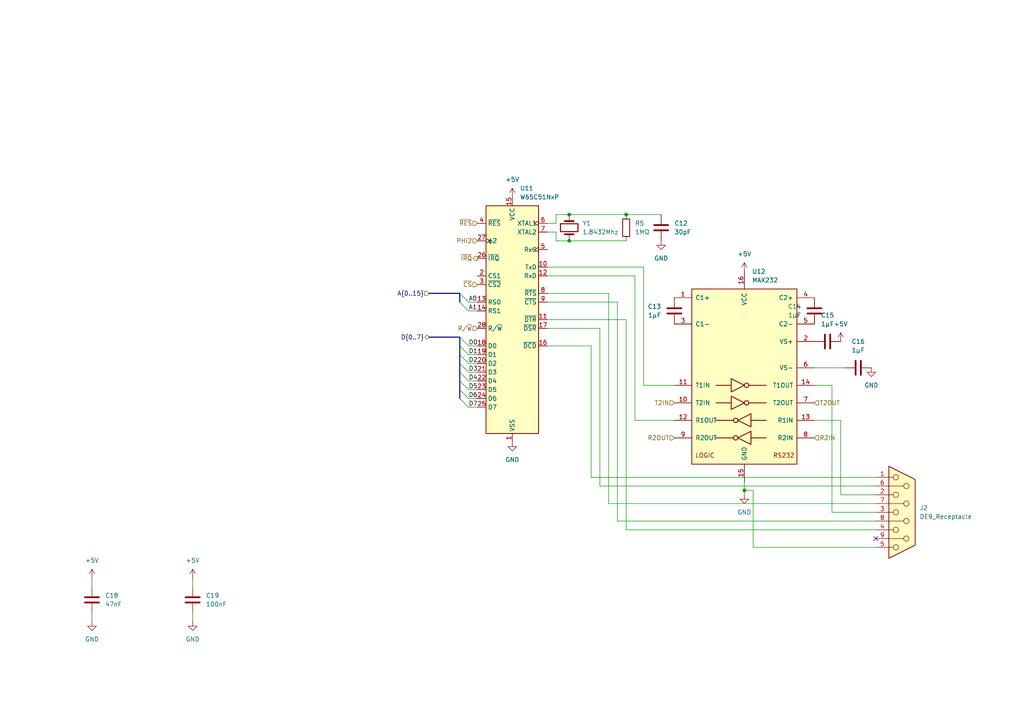
<source format=kicad_sch>
(kicad_sch (version 20230121) (generator eeschema)

  (uuid 987d8f70-145b-4247-aa60-70c295b5ef39)

  (paper "A4")

  (lib_symbols
    (symbol "Connector:DE9_Receptacle" (pin_names (offset 1.016) hide) (in_bom yes) (on_board yes)
      (property "Reference" "J" (at 0 13.97 0)
        (effects (font (size 1.27 1.27)))
      )
      (property "Value" "DE9_Receptacle" (at 0 -14.605 0)
        (effects (font (size 1.27 1.27)))
      )
      (property "Footprint" "" (at 0 0 0)
        (effects (font (size 1.27 1.27)) hide)
      )
      (property "Datasheet" " ~" (at 0 0 0)
        (effects (font (size 1.27 1.27)) hide)
      )
      (property "ki_keywords" "connector receptacle female D-SUB DB9" (at 0 0 0)
        (effects (font (size 1.27 1.27)) hide)
      )
      (property "ki_description" "9-pin female receptacle socket D-SUB connector" (at 0 0 0)
        (effects (font (size 1.27 1.27)) hide)
      )
      (property "ki_fp_filters" "DSUB*Female*" (at 0 0 0)
        (effects (font (size 1.27 1.27)) hide)
      )
      (symbol "DE9_Receptacle_0_1"
        (circle (center -1.778 -10.16) (radius 0.762)
          (stroke (width 0) (type default))
          (fill (type none))
        )
        (circle (center -1.778 -5.08) (radius 0.762)
          (stroke (width 0) (type default))
          (fill (type none))
        )
        (circle (center -1.778 0) (radius 0.762)
          (stroke (width 0) (type default))
          (fill (type none))
        )
        (circle (center -1.778 5.08) (radius 0.762)
          (stroke (width 0) (type default))
          (fill (type none))
        )
        (circle (center -1.778 10.16) (radius 0.762)
          (stroke (width 0) (type default))
          (fill (type none))
        )
        (polyline
          (pts
            (xy -3.81 -10.16)
            (xy -2.54 -10.16)
          )
          (stroke (width 0) (type default))
          (fill (type none))
        )
        (polyline
          (pts
            (xy -3.81 -7.62)
            (xy 0.508 -7.62)
          )
          (stroke (width 0) (type default))
          (fill (type none))
        )
        (polyline
          (pts
            (xy -3.81 -5.08)
            (xy -2.54 -5.08)
          )
          (stroke (width 0) (type default))
          (fill (type none))
        )
        (polyline
          (pts
            (xy -3.81 -2.54)
            (xy 0.508 -2.54)
          )
          (stroke (width 0) (type default))
          (fill (type none))
        )
        (polyline
          (pts
            (xy -3.81 0)
            (xy -2.54 0)
          )
          (stroke (width 0) (type default))
          (fill (type none))
        )
        (polyline
          (pts
            (xy -3.81 2.54)
            (xy 0.508 2.54)
          )
          (stroke (width 0) (type default))
          (fill (type none))
        )
        (polyline
          (pts
            (xy -3.81 5.08)
            (xy -2.54 5.08)
          )
          (stroke (width 0) (type default))
          (fill (type none))
        )
        (polyline
          (pts
            (xy -3.81 7.62)
            (xy 0.508 7.62)
          )
          (stroke (width 0) (type default))
          (fill (type none))
        )
        (polyline
          (pts
            (xy -3.81 10.16)
            (xy -2.54 10.16)
          )
          (stroke (width 0) (type default))
          (fill (type none))
        )
        (polyline
          (pts
            (xy -3.81 13.335)
            (xy -3.81 -13.335)
            (xy 3.81 -9.525)
            (xy 3.81 9.525)
            (xy -3.81 13.335)
          )
          (stroke (width 0.254) (type default))
          (fill (type background))
        )
        (circle (center 1.27 -7.62) (radius 0.762)
          (stroke (width 0) (type default))
          (fill (type none))
        )
        (circle (center 1.27 -2.54) (radius 0.762)
          (stroke (width 0) (type default))
          (fill (type none))
        )
        (circle (center 1.27 2.54) (radius 0.762)
          (stroke (width 0) (type default))
          (fill (type none))
        )
        (circle (center 1.27 7.62) (radius 0.762)
          (stroke (width 0) (type default))
          (fill (type none))
        )
      )
      (symbol "DE9_Receptacle_1_1"
        (pin passive line (at -7.62 10.16 0) (length 3.81)
          (name "1" (effects (font (size 1.27 1.27))))
          (number "1" (effects (font (size 1.27 1.27))))
        )
        (pin passive line (at -7.62 5.08 0) (length 3.81)
          (name "2" (effects (font (size 1.27 1.27))))
          (number "2" (effects (font (size 1.27 1.27))))
        )
        (pin passive line (at -7.62 0 0) (length 3.81)
          (name "3" (effects (font (size 1.27 1.27))))
          (number "3" (effects (font (size 1.27 1.27))))
        )
        (pin passive line (at -7.62 -5.08 0) (length 3.81)
          (name "4" (effects (font (size 1.27 1.27))))
          (number "4" (effects (font (size 1.27 1.27))))
        )
        (pin passive line (at -7.62 -10.16 0) (length 3.81)
          (name "5" (effects (font (size 1.27 1.27))))
          (number "5" (effects (font (size 1.27 1.27))))
        )
        (pin passive line (at -7.62 7.62 0) (length 3.81)
          (name "6" (effects (font (size 1.27 1.27))))
          (number "6" (effects (font (size 1.27 1.27))))
        )
        (pin passive line (at -7.62 2.54 0) (length 3.81)
          (name "7" (effects (font (size 1.27 1.27))))
          (number "7" (effects (font (size 1.27 1.27))))
        )
        (pin passive line (at -7.62 -2.54 0) (length 3.81)
          (name "8" (effects (font (size 1.27 1.27))))
          (number "8" (effects (font (size 1.27 1.27))))
        )
        (pin passive line (at -7.62 -7.62 0) (length 3.81)
          (name "9" (effects (font (size 1.27 1.27))))
          (number "9" (effects (font (size 1.27 1.27))))
        )
      )
    )
    (symbol "Device:C" (pin_numbers hide) (pin_names (offset 0.254)) (in_bom yes) (on_board yes)
      (property "Reference" "C" (at 0.635 2.54 0)
        (effects (font (size 1.27 1.27)) (justify left))
      )
      (property "Value" "C" (at 0.635 -2.54 0)
        (effects (font (size 1.27 1.27)) (justify left))
      )
      (property "Footprint" "" (at 0.9652 -3.81 0)
        (effects (font (size 1.27 1.27)) hide)
      )
      (property "Datasheet" "~" (at 0 0 0)
        (effects (font (size 1.27 1.27)) hide)
      )
      (property "ki_keywords" "cap capacitor" (at 0 0 0)
        (effects (font (size 1.27 1.27)) hide)
      )
      (property "ki_description" "Unpolarized capacitor" (at 0 0 0)
        (effects (font (size 1.27 1.27)) hide)
      )
      (property "ki_fp_filters" "C_*" (at 0 0 0)
        (effects (font (size 1.27 1.27)) hide)
      )
      (symbol "C_0_1"
        (polyline
          (pts
            (xy -2.032 -0.762)
            (xy 2.032 -0.762)
          )
          (stroke (width 0.508) (type default))
          (fill (type none))
        )
        (polyline
          (pts
            (xy -2.032 0.762)
            (xy 2.032 0.762)
          )
          (stroke (width 0.508) (type default))
          (fill (type none))
        )
      )
      (symbol "C_1_1"
        (pin passive line (at 0 3.81 270) (length 2.794)
          (name "~" (effects (font (size 1.27 1.27))))
          (number "1" (effects (font (size 1.27 1.27))))
        )
        (pin passive line (at 0 -3.81 90) (length 2.794)
          (name "~" (effects (font (size 1.27 1.27))))
          (number "2" (effects (font (size 1.27 1.27))))
        )
      )
    )
    (symbol "Device:Crystal" (pin_numbers hide) (pin_names (offset 1.016) hide) (in_bom yes) (on_board yes)
      (property "Reference" "Y" (at 0 3.81 0)
        (effects (font (size 1.27 1.27)))
      )
      (property "Value" "Crystal" (at 0 -3.81 0)
        (effects (font (size 1.27 1.27)))
      )
      (property "Footprint" "" (at 0 0 0)
        (effects (font (size 1.27 1.27)) hide)
      )
      (property "Datasheet" "~" (at 0 0 0)
        (effects (font (size 1.27 1.27)) hide)
      )
      (property "ki_keywords" "quartz ceramic resonator oscillator" (at 0 0 0)
        (effects (font (size 1.27 1.27)) hide)
      )
      (property "ki_description" "Two pin crystal" (at 0 0 0)
        (effects (font (size 1.27 1.27)) hide)
      )
      (property "ki_fp_filters" "Crystal*" (at 0 0 0)
        (effects (font (size 1.27 1.27)) hide)
      )
      (symbol "Crystal_0_1"
        (rectangle (start -1.143 2.54) (end 1.143 -2.54)
          (stroke (width 0.3048) (type default))
          (fill (type none))
        )
        (polyline
          (pts
            (xy -2.54 0)
            (xy -1.905 0)
          )
          (stroke (width 0) (type default))
          (fill (type none))
        )
        (polyline
          (pts
            (xy -1.905 -1.27)
            (xy -1.905 1.27)
          )
          (stroke (width 0.508) (type default))
          (fill (type none))
        )
        (polyline
          (pts
            (xy 1.905 -1.27)
            (xy 1.905 1.27)
          )
          (stroke (width 0.508) (type default))
          (fill (type none))
        )
        (polyline
          (pts
            (xy 2.54 0)
            (xy 1.905 0)
          )
          (stroke (width 0) (type default))
          (fill (type none))
        )
      )
      (symbol "Crystal_1_1"
        (pin passive line (at -3.81 0 0) (length 1.27)
          (name "1" (effects (font (size 1.27 1.27))))
          (number "1" (effects (font (size 1.27 1.27))))
        )
        (pin passive line (at 3.81 0 180) (length 1.27)
          (name "2" (effects (font (size 1.27 1.27))))
          (number "2" (effects (font (size 1.27 1.27))))
        )
      )
    )
    (symbol "Device:R" (pin_numbers hide) (pin_names (offset 0)) (in_bom yes) (on_board yes)
      (property "Reference" "R" (at 2.032 0 90)
        (effects (font (size 1.27 1.27)))
      )
      (property "Value" "R" (at 0 0 90)
        (effects (font (size 1.27 1.27)))
      )
      (property "Footprint" "" (at -1.778 0 90)
        (effects (font (size 1.27 1.27)) hide)
      )
      (property "Datasheet" "~" (at 0 0 0)
        (effects (font (size 1.27 1.27)) hide)
      )
      (property "ki_keywords" "R res resistor" (at 0 0 0)
        (effects (font (size 1.27 1.27)) hide)
      )
      (property "ki_description" "Resistor" (at 0 0 0)
        (effects (font (size 1.27 1.27)) hide)
      )
      (property "ki_fp_filters" "R_*" (at 0 0 0)
        (effects (font (size 1.27 1.27)) hide)
      )
      (symbol "R_0_1"
        (rectangle (start -1.016 -2.54) (end 1.016 2.54)
          (stroke (width 0.254) (type default))
          (fill (type none))
        )
      )
      (symbol "R_1_1"
        (pin passive line (at 0 3.81 270) (length 1.27)
          (name "~" (effects (font (size 1.27 1.27))))
          (number "1" (effects (font (size 1.27 1.27))))
        )
        (pin passive line (at 0 -3.81 90) (length 1.27)
          (name "~" (effects (font (size 1.27 1.27))))
          (number "2" (effects (font (size 1.27 1.27))))
        )
      )
    )
    (symbol "Interface_UART:MAX232" (pin_names (offset 1.016)) (in_bom yes) (on_board yes)
      (property "Reference" "U" (at -2.54 28.575 0)
        (effects (font (size 1.27 1.27)) (justify right))
      )
      (property "Value" "MAX232" (at -2.54 26.67 0)
        (effects (font (size 1.27 1.27)) (justify right))
      )
      (property "Footprint" "" (at 1.27 -26.67 0)
        (effects (font (size 1.27 1.27)) (justify left) hide)
      )
      (property "Datasheet" "http://www.ti.com/lit/ds/symlink/max232.pdf" (at 0 2.54 0)
        (effects (font (size 1.27 1.27)) hide)
      )
      (property "ki_keywords" "rs232 uart transceiver line-driver" (at 0 0 0)
        (effects (font (size 1.27 1.27)) hide)
      )
      (property "ki_description" "Dual RS232 driver/receiver, 5V supply, 120kb/s, 0C-70C" (at 0 0 0)
        (effects (font (size 1.27 1.27)) hide)
      )
      (property "ki_fp_filters" "SOIC*P1.27mm* DIP*W7.62mm* TSSOP*4.4x5mm*P0.65mm*" (at 0 0 0)
        (effects (font (size 1.27 1.27)) hide)
      )
      (symbol "MAX232_0_0"
        (text "LOGIC" (at -11.43 -22.86 0)
          (effects (font (size 1.27 1.27)))
        )
        (text "RS232" (at 11.43 -22.86 0)
          (effects (font (size 1.27 1.27)))
        )
      )
      (symbol "MAX232_0_1"
        (rectangle (start -15.24 -25.4) (end 15.24 25.4)
          (stroke (width 0.254) (type default))
          (fill (type background))
        )
        (circle (center -2.54 -17.78) (radius 0.635)
          (stroke (width 0.254) (type default))
          (fill (type none))
        )
        (circle (center -2.54 -12.7) (radius 0.635)
          (stroke (width 0.254) (type default))
          (fill (type none))
        )
        (polyline
          (pts
            (xy -3.81 -7.62)
            (xy -8.255 -7.62)
          )
          (stroke (width 0.254) (type default))
          (fill (type none))
        )
        (polyline
          (pts
            (xy -3.81 -2.54)
            (xy -8.255 -2.54)
          )
          (stroke (width 0.254) (type default))
          (fill (type none))
        )
        (polyline
          (pts
            (xy -3.175 -17.78)
            (xy -8.255 -17.78)
          )
          (stroke (width 0.254) (type default))
          (fill (type none))
        )
        (polyline
          (pts
            (xy -3.175 -12.7)
            (xy -8.255 -12.7)
          )
          (stroke (width 0.254) (type default))
          (fill (type none))
        )
        (polyline
          (pts
            (xy 1.27 -7.62)
            (xy 6.35 -7.62)
          )
          (stroke (width 0.254) (type default))
          (fill (type none))
        )
        (polyline
          (pts
            (xy 1.27 -2.54)
            (xy 6.35 -2.54)
          )
          (stroke (width 0.254) (type default))
          (fill (type none))
        )
        (polyline
          (pts
            (xy 1.905 -17.78)
            (xy 6.35 -17.78)
          )
          (stroke (width 0.254) (type default))
          (fill (type none))
        )
        (polyline
          (pts
            (xy 1.905 -12.7)
            (xy 6.35 -12.7)
          )
          (stroke (width 0.254) (type default))
          (fill (type none))
        )
        (polyline
          (pts
            (xy -3.81 -5.715)
            (xy -3.81 -9.525)
            (xy 0 -7.62)
            (xy -3.81 -5.715)
          )
          (stroke (width 0.254) (type default))
          (fill (type none))
        )
        (polyline
          (pts
            (xy -3.81 -0.635)
            (xy -3.81 -4.445)
            (xy 0 -2.54)
            (xy -3.81 -0.635)
          )
          (stroke (width 0.254) (type default))
          (fill (type none))
        )
        (polyline
          (pts
            (xy 1.905 -15.875)
            (xy 1.905 -19.685)
            (xy -1.905 -17.78)
            (xy 1.905 -15.875)
          )
          (stroke (width 0.254) (type default))
          (fill (type none))
        )
        (polyline
          (pts
            (xy 1.905 -10.795)
            (xy 1.905 -14.605)
            (xy -1.905 -12.7)
            (xy 1.905 -10.795)
          )
          (stroke (width 0.254) (type default))
          (fill (type none))
        )
        (circle (center 0.635 -7.62) (radius 0.635)
          (stroke (width 0.254) (type default))
          (fill (type none))
        )
        (circle (center 0.635 -2.54) (radius 0.635)
          (stroke (width 0.254) (type default))
          (fill (type none))
        )
      )
      (symbol "MAX232_1_1"
        (pin passive line (at -20.32 22.86 0) (length 5.08)
          (name "C1+" (effects (font (size 1.27 1.27))))
          (number "1" (effects (font (size 1.27 1.27))))
        )
        (pin input line (at -20.32 -7.62 0) (length 5.08)
          (name "T2IN" (effects (font (size 1.27 1.27))))
          (number "10" (effects (font (size 1.27 1.27))))
        )
        (pin input line (at -20.32 -2.54 0) (length 5.08)
          (name "T1IN" (effects (font (size 1.27 1.27))))
          (number "11" (effects (font (size 1.27 1.27))))
        )
        (pin output line (at -20.32 -12.7 0) (length 5.08)
          (name "R1OUT" (effects (font (size 1.27 1.27))))
          (number "12" (effects (font (size 1.27 1.27))))
        )
        (pin input line (at 20.32 -12.7 180) (length 5.08)
          (name "R1IN" (effects (font (size 1.27 1.27))))
          (number "13" (effects (font (size 1.27 1.27))))
        )
        (pin output line (at 20.32 -2.54 180) (length 5.08)
          (name "T1OUT" (effects (font (size 1.27 1.27))))
          (number "14" (effects (font (size 1.27 1.27))))
        )
        (pin power_in line (at 0 -30.48 90) (length 5.08)
          (name "GND" (effects (font (size 1.27 1.27))))
          (number "15" (effects (font (size 1.27 1.27))))
        )
        (pin power_in line (at 0 30.48 270) (length 5.08)
          (name "VCC" (effects (font (size 1.27 1.27))))
          (number "16" (effects (font (size 1.27 1.27))))
        )
        (pin power_out line (at 20.32 10.16 180) (length 5.08)
          (name "VS+" (effects (font (size 1.27 1.27))))
          (number "2" (effects (font (size 1.27 1.27))))
        )
        (pin passive line (at -20.32 15.24 0) (length 5.08)
          (name "C1-" (effects (font (size 1.27 1.27))))
          (number "3" (effects (font (size 1.27 1.27))))
        )
        (pin passive line (at 20.32 22.86 180) (length 5.08)
          (name "C2+" (effects (font (size 1.27 1.27))))
          (number "4" (effects (font (size 1.27 1.27))))
        )
        (pin passive line (at 20.32 15.24 180) (length 5.08)
          (name "C2-" (effects (font (size 1.27 1.27))))
          (number "5" (effects (font (size 1.27 1.27))))
        )
        (pin power_out line (at 20.32 2.54 180) (length 5.08)
          (name "VS-" (effects (font (size 1.27 1.27))))
          (number "6" (effects (font (size 1.27 1.27))))
        )
        (pin output line (at 20.32 -7.62 180) (length 5.08)
          (name "T2OUT" (effects (font (size 1.27 1.27))))
          (number "7" (effects (font (size 1.27 1.27))))
        )
        (pin input line (at 20.32 -17.78 180) (length 5.08)
          (name "R2IN" (effects (font (size 1.27 1.27))))
          (number "8" (effects (font (size 1.27 1.27))))
        )
        (pin output line (at -20.32 -17.78 0) (length 5.08)
          (name "R2OUT" (effects (font (size 1.27 1.27))))
          (number "9" (effects (font (size 1.27 1.27))))
        )
      )
    )
    (symbol "PCM_65xx-library:W65C51NxP" (in_bom yes) (on_board yes)
      (property "Reference" "U" (at 2.54 38.1 0)
        (effects (font (size 1.27 1.27)) (justify left))
      )
      (property "Value" "W65C51NxP" (at 2.54 35.56 0)
        (effects (font (size 1.27 1.27)) (justify left))
      )
      (property "Footprint" "Package_DIP:DIP-28_W15.24mm" (at 0 48.26 0)
        (effects (font (size 1.27 1.27)) hide)
      )
      (property "Datasheet" "http://www.westerndesigncenter.com/wdc/documentation/w65c51n.pdf" (at 0 45.72 0)
        (effects (font (size 1.27 1.27)) hide)
      )
      (property "ki_keywords" "6551 65C51 ACIA UART" (at 0 0 0)
        (effects (font (size 1.27 1.27)) hide)
      )
      (property "ki_description" "CMOS Asynchronous Communication Interface Adapter (ACIA), Serial UART, DIP-28" (at 0 0 0)
        (effects (font (size 1.27 1.27)) hide)
      )
      (property "ki_fp_filters" "DIP*W15.24mm*" (at 0 0 0)
        (effects (font (size 1.27 1.27)) hide)
      )
      (symbol "W65C51NxP_0_1"
        (rectangle (start -7.62 33.02) (end 7.62 -33.02)
          (stroke (width 0.254) (type default))
          (fill (type background))
        )
      )
      (symbol "W65C51NxP_1_1"
        (pin power_in line (at 0 -35.56 90) (length 2.54)
          (name "VSS" (effects (font (size 1.27 1.27))))
          (number "1" (effects (font (size 1.27 1.27))))
        )
        (pin output line (at 10.16 15.24 180) (length 2.54)
          (name "TxD" (effects (font (size 1.27 1.27))))
          (number "10" (effects (font (size 1.27 1.27))))
        )
        (pin output line (at 10.16 0 180) (length 2.54)
          (name "~{DTR}" (effects (font (size 1.27 1.27))))
          (number "11" (effects (font (size 1.27 1.27))))
        )
        (pin input line (at 10.16 12.7 180) (length 2.54)
          (name "RxD" (effects (font (size 1.27 1.27))))
          (number "12" (effects (font (size 1.27 1.27))))
        )
        (pin input line (at -10.16 5.08 0) (length 2.54)
          (name "RS0" (effects (font (size 1.27 1.27))))
          (number "13" (effects (font (size 1.27 1.27))))
        )
        (pin input line (at -10.16 2.54 0) (length 2.54)
          (name "RS1" (effects (font (size 1.27 1.27))))
          (number "14" (effects (font (size 1.27 1.27))))
        )
        (pin power_in line (at 0 35.56 270) (length 2.54)
          (name "VCC" (effects (font (size 1.27 1.27))))
          (number "15" (effects (font (size 1.27 1.27))))
        )
        (pin input line (at 10.16 -7.62 180) (length 2.54)
          (name "~{DCD}" (effects (font (size 1.27 1.27))))
          (number "16" (effects (font (size 1.27 1.27))))
        )
        (pin input line (at 10.16 -2.54 180) (length 2.54)
          (name "~{DSR}" (effects (font (size 1.27 1.27))))
          (number "17" (effects (font (size 1.27 1.27))))
        )
        (pin bidirectional line (at -10.16 -7.62 0) (length 2.54)
          (name "D0" (effects (font (size 1.27 1.27))))
          (number "18" (effects (font (size 1.27 1.27))))
        )
        (pin bidirectional line (at -10.16 -10.16 0) (length 2.54)
          (name "D1" (effects (font (size 1.27 1.27))))
          (number "19" (effects (font (size 1.27 1.27))))
        )
        (pin input line (at -10.16 12.7 0) (length 2.54)
          (name "CS1" (effects (font (size 1.27 1.27))))
          (number "2" (effects (font (size 1.27 1.27))))
        )
        (pin bidirectional line (at -10.16 -12.7 0) (length 2.54)
          (name "D2" (effects (font (size 1.27 1.27))))
          (number "20" (effects (font (size 1.27 1.27))))
        )
        (pin bidirectional line (at -10.16 -15.24 0) (length 2.54)
          (name "D3" (effects (font (size 1.27 1.27))))
          (number "21" (effects (font (size 1.27 1.27))))
        )
        (pin bidirectional line (at -10.16 -17.78 0) (length 2.54)
          (name "D4" (effects (font (size 1.27 1.27))))
          (number "22" (effects (font (size 1.27 1.27))))
        )
        (pin bidirectional line (at -10.16 -20.32 0) (length 2.54)
          (name "D5" (effects (font (size 1.27 1.27))))
          (number "23" (effects (font (size 1.27 1.27))))
        )
        (pin bidirectional line (at -10.16 -22.86 0) (length 2.54)
          (name "D6" (effects (font (size 1.27 1.27))))
          (number "24" (effects (font (size 1.27 1.27))))
        )
        (pin bidirectional line (at -10.16 -25.4 0) (length 2.54)
          (name "D7" (effects (font (size 1.27 1.27))))
          (number "25" (effects (font (size 1.27 1.27))))
        )
        (pin open_collector line (at -10.16 17.78 0) (length 2.54)
          (name "~{IRQ}" (effects (font (size 1.27 1.27))))
          (number "26" (effects (font (size 1.27 1.27))))
        )
        (pin input clock (at -10.16 22.86 0) (length 2.54)
          (name "ϕ2" (effects (font (size 1.27 1.27))))
          (number "27" (effects (font (size 1.27 1.27))))
        )
        (pin input line (at -10.16 -2.54 0) (length 2.54)
          (name "R/~{W}" (effects (font (size 1.27 1.27))))
          (number "28" (effects (font (size 1.27 1.27))))
        )
        (pin input line (at -10.16 10.16 0) (length 2.54)
          (name "~{CS2}" (effects (font (size 1.27 1.27))))
          (number "3" (effects (font (size 1.27 1.27))))
        )
        (pin input line (at -10.16 27.94 0) (length 2.54)
          (name "~{RES}" (effects (font (size 1.27 1.27))))
          (number "4" (effects (font (size 1.27 1.27))))
        )
        (pin bidirectional clock (at 10.16 20.32 180) (length 2.54)
          (name "RxC" (effects (font (size 1.27 1.27))))
          (number "5" (effects (font (size 1.27 1.27))))
        )
        (pin input clock (at 10.16 27.94 180) (length 2.54)
          (name "XTAL1" (effects (font (size 1.27 1.27))))
          (number "6" (effects (font (size 1.27 1.27))))
        )
        (pin output line (at 10.16 25.4 180) (length 2.54)
          (name "XTAL2" (effects (font (size 1.27 1.27))))
          (number "7" (effects (font (size 1.27 1.27))))
        )
        (pin output line (at 10.16 7.62 180) (length 2.54)
          (name "~{RTS}" (effects (font (size 1.27 1.27))))
          (number "8" (effects (font (size 1.27 1.27))))
        )
        (pin input line (at 10.16 5.08 180) (length 2.54)
          (name "~{CTS}" (effects (font (size 1.27 1.27))))
          (number "9" (effects (font (size 1.27 1.27))))
        )
      )
    )
    (symbol "power:+5V" (power) (pin_names (offset 0)) (in_bom yes) (on_board yes)
      (property "Reference" "#PWR" (at 0 -3.81 0)
        (effects (font (size 1.27 1.27)) hide)
      )
      (property "Value" "+5V" (at 0 3.556 0)
        (effects (font (size 1.27 1.27)))
      )
      (property "Footprint" "" (at 0 0 0)
        (effects (font (size 1.27 1.27)) hide)
      )
      (property "Datasheet" "" (at 0 0 0)
        (effects (font (size 1.27 1.27)) hide)
      )
      (property "ki_keywords" "global power" (at 0 0 0)
        (effects (font (size 1.27 1.27)) hide)
      )
      (property "ki_description" "Power symbol creates a global label with name \"+5V\"" (at 0 0 0)
        (effects (font (size 1.27 1.27)) hide)
      )
      (symbol "+5V_0_1"
        (polyline
          (pts
            (xy -0.762 1.27)
            (xy 0 2.54)
          )
          (stroke (width 0) (type default))
          (fill (type none))
        )
        (polyline
          (pts
            (xy 0 0)
            (xy 0 2.54)
          )
          (stroke (width 0) (type default))
          (fill (type none))
        )
        (polyline
          (pts
            (xy 0 2.54)
            (xy 0.762 1.27)
          )
          (stroke (width 0) (type default))
          (fill (type none))
        )
      )
      (symbol "+5V_1_1"
        (pin power_in line (at 0 0 90) (length 0) hide
          (name "+5V" (effects (font (size 1.27 1.27))))
          (number "1" (effects (font (size 1.27 1.27))))
        )
      )
    )
    (symbol "power:GND" (power) (pin_names (offset 0)) (in_bom yes) (on_board yes)
      (property "Reference" "#PWR" (at 0 -6.35 0)
        (effects (font (size 1.27 1.27)) hide)
      )
      (property "Value" "GND" (at 0 -3.81 0)
        (effects (font (size 1.27 1.27)))
      )
      (property "Footprint" "" (at 0 0 0)
        (effects (font (size 1.27 1.27)) hide)
      )
      (property "Datasheet" "" (at 0 0 0)
        (effects (font (size 1.27 1.27)) hide)
      )
      (property "ki_keywords" "global power" (at 0 0 0)
        (effects (font (size 1.27 1.27)) hide)
      )
      (property "ki_description" "Power symbol creates a global label with name \"GND\" , ground" (at 0 0 0)
        (effects (font (size 1.27 1.27)) hide)
      )
      (symbol "GND_0_1"
        (polyline
          (pts
            (xy 0 0)
            (xy 0 -1.27)
            (xy 1.27 -1.27)
            (xy 0 -2.54)
            (xy -1.27 -1.27)
            (xy 0 -1.27)
          )
          (stroke (width 0) (type default))
          (fill (type none))
        )
      )
      (symbol "GND_1_1"
        (pin power_in line (at 0 0 270) (length 0) hide
          (name "GND" (effects (font (size 1.27 1.27))))
          (number "1" (effects (font (size 1.27 1.27))))
        )
      )
    )
  )

  (junction (at 215.9 142.24) (diameter 0) (color 0 0 0 0)
    (uuid 25d35dce-9fec-4566-b7ab-34eb7da1d938)
  )
  (junction (at 181.61 62.23) (diameter 0) (color 0 0 0 0)
    (uuid 52a6721c-d37b-4c75-9997-89d2fc1fc827)
  )
  (junction (at 165.1 69.85) (diameter 0) (color 0 0 0 0)
    (uuid d21932a8-d56f-4738-b3a9-50fb3bcfef0b)
  )
  (junction (at 165.1 62.23) (diameter 0) (color 0 0 0 0)
    (uuid f1e98a66-6466-415a-a59e-1473c9676175)
  )

  (no_connect (at 254 156.21) (uuid 359c1985-bded-4bbb-b2c3-29973ec8441f))

  (bus_entry (at 133.35 87.63) (size 2.54 2.54)
    (stroke (width 0) (type default))
    (uuid 13ebdd4f-8682-4e96-afd3-f6c2423b6156)
  )
  (bus_entry (at 133.35 110.49) (size 2.54 2.54)
    (stroke (width 0) (type default))
    (uuid 18cca856-5c89-4917-8258-25c39ca9b372)
  )
  (bus_entry (at 133.35 85.09) (size 2.54 2.54)
    (stroke (width 0) (type default))
    (uuid 1d104529-43e2-4c19-84e0-ceda5a6928ae)
  )
  (bus_entry (at 133.35 105.41) (size 2.54 2.54)
    (stroke (width 0) (type default))
    (uuid 27c96af3-1f0a-4f37-ba58-7867a8966eea)
  )
  (bus_entry (at 133.35 115.57) (size 2.54 2.54)
    (stroke (width 0) (type default))
    (uuid 5f7278e7-0ae7-4095-b3e1-bf96b765d4f3)
  )
  (bus_entry (at 133.35 100.33) (size 2.54 2.54)
    (stroke (width 0) (type default))
    (uuid 8022a6d4-14ae-481b-98c9-f87b3582c0cd)
  )
  (bus_entry (at 133.35 113.03) (size 2.54 2.54)
    (stroke (width 0) (type default))
    (uuid 8f011a42-01d0-41cc-83a9-fb35ccc73d28)
  )
  (bus_entry (at 133.35 97.79) (size 2.54 2.54)
    (stroke (width 0) (type default))
    (uuid 9747cf0e-5b82-4e1c-9b3b-2b5ff3af0923)
  )
  (bus_entry (at 133.35 102.87) (size 2.54 2.54)
    (stroke (width 0) (type default))
    (uuid 9886f0fe-a140-4067-8dfa-fe402201f161)
  )
  (bus_entry (at 133.35 107.95) (size 2.54 2.54)
    (stroke (width 0) (type default))
    (uuid da0b6715-c4fe-4676-9440-3ee3aad62551)
  )

  (wire (pts (xy 135.89 113.03) (xy 138.43 113.03))
    (stroke (width 0) (type default))
    (uuid 015c2598-8c41-4b14-9d3c-07d94f3077ce)
  )
  (wire (pts (xy 26.67 167.64) (xy 26.67 170.18))
    (stroke (width 0) (type default))
    (uuid 06326da9-527d-4154-a31a-954622383e65)
  )
  (wire (pts (xy 165.1 62.23) (xy 161.29 62.23))
    (stroke (width 0) (type default))
    (uuid 0984f392-54a3-42a3-a2a4-0a83129cde83)
  )
  (wire (pts (xy 135.89 105.41) (xy 138.43 105.41))
    (stroke (width 0) (type default))
    (uuid 1658fb1c-c705-41ed-9ee5-1fc5c0f5b0aa)
  )
  (wire (pts (xy 181.61 153.67) (xy 181.61 92.71))
    (stroke (width 0) (type default))
    (uuid 1ad7987d-25a6-4f6f-a689-3382c8e5d657)
  )
  (wire (pts (xy 165.1 62.23) (xy 181.61 62.23))
    (stroke (width 0) (type default))
    (uuid 1c5f0c21-5d02-40e3-ba49-1936bdf02095)
  )
  (wire (pts (xy 184.15 80.01) (xy 158.75 80.01))
    (stroke (width 0) (type default))
    (uuid 24acec2e-8eb2-4bbc-a0ce-5506d344dad6)
  )
  (wire (pts (xy 135.89 87.63) (xy 138.43 87.63))
    (stroke (width 0) (type default))
    (uuid 2b308166-d5bf-4515-9c62-89f7f7a3a9f1)
  )
  (wire (pts (xy 161.29 62.23) (xy 161.29 64.77))
    (stroke (width 0) (type default))
    (uuid 2c1d5e92-5166-43af-8b02-4846acccee98)
  )
  (wire (pts (xy 55.88 167.64) (xy 55.88 170.18))
    (stroke (width 0) (type default))
    (uuid 2cd90a11-7db8-48e9-8d41-3314df4e8968)
  )
  (bus (pts (xy 133.35 113.03) (xy 133.35 115.57))
    (stroke (width 0) (type default))
    (uuid 2f74e696-aaef-4927-91c7-8a6cd91dcd2e)
  )

  (wire (pts (xy 161.29 69.85) (xy 165.1 69.85))
    (stroke (width 0) (type default))
    (uuid 31df0de6-8c6c-4190-95f4-5b855ab76b21)
  )
  (wire (pts (xy 215.9 143.51) (xy 215.9 142.24))
    (stroke (width 0) (type default))
    (uuid 36ca8c25-76e3-4549-8b92-d56a397979d0)
  )
  (wire (pts (xy 181.61 92.71) (xy 158.75 92.71))
    (stroke (width 0) (type default))
    (uuid 37cf5d07-2536-41ec-805b-af176db0ff89)
  )
  (bus (pts (xy 133.35 107.95) (xy 133.35 110.49))
    (stroke (width 0) (type default))
    (uuid 3e9663a2-05c5-4731-a0a4-944e34a3e495)
  )

  (wire (pts (xy 218.44 158.75) (xy 218.44 142.24))
    (stroke (width 0) (type default))
    (uuid 3ea22888-f412-4a36-b692-abf3a797018d)
  )
  (wire (pts (xy 161.29 64.77) (xy 158.75 64.77))
    (stroke (width 0) (type default))
    (uuid 4e284fa1-a213-4591-b0d0-34462b3188b8)
  )
  (wire (pts (xy 26.67 177.8) (xy 26.67 180.34))
    (stroke (width 0) (type default))
    (uuid 4ffc3059-8ea7-4c89-ba2a-cb0ca16d34fe)
  )
  (wire (pts (xy 171.45 138.43) (xy 171.45 100.33))
    (stroke (width 0) (type default))
    (uuid 58485e19-167c-4ee6-af0e-50705b9bbefc)
  )
  (wire (pts (xy 254 148.59) (xy 241.3 148.59))
    (stroke (width 0) (type default))
    (uuid 60bcecbd-78bb-4fc7-a590-093378f0b1df)
  )
  (wire (pts (xy 181.61 62.23) (xy 191.77 62.23))
    (stroke (width 0) (type default))
    (uuid 65d446fc-a918-455e-b28d-7bb1b42393a8)
  )
  (wire (pts (xy 186.69 111.76) (xy 195.58 111.76))
    (stroke (width 0) (type default))
    (uuid 66d88753-95e5-4a96-83e6-c8338c507b66)
  )
  (wire (pts (xy 241.3 111.76) (xy 236.22 111.76))
    (stroke (width 0) (type default))
    (uuid 71b76e0d-e223-4420-a07f-c57cedb4d507)
  )
  (bus (pts (xy 133.35 110.49) (xy 133.35 113.03))
    (stroke (width 0) (type default))
    (uuid 730663a7-227a-49e1-88ce-934f1591ab36)
  )
  (bus (pts (xy 124.46 97.79) (xy 133.35 97.79))
    (stroke (width 0) (type default))
    (uuid 734ea3eb-0696-46a0-8f41-98a4c283fe06)
  )

  (wire (pts (xy 135.89 90.17) (xy 138.43 90.17))
    (stroke (width 0) (type default))
    (uuid 82b71502-0002-42de-94b0-d3391019df6f)
  )
  (wire (pts (xy 176.53 146.05) (xy 176.53 85.09))
    (stroke (width 0) (type default))
    (uuid 90dbd03d-fe1e-4ade-b2f4-c25bffcd16f5)
  )
  (wire (pts (xy 254 143.51) (xy 243.84 143.51))
    (stroke (width 0) (type default))
    (uuid 9195510d-32e3-40cc-b13d-1ecab8cab5d5)
  )
  (wire (pts (xy 135.89 110.49) (xy 138.43 110.49))
    (stroke (width 0) (type default))
    (uuid 921e7965-e845-48a5-9f3a-de5be4faefc6)
  )
  (wire (pts (xy 179.07 87.63) (xy 158.75 87.63))
    (stroke (width 0) (type default))
    (uuid 93f6af50-1766-4a91-8eb7-85dd62d5a5b3)
  )
  (wire (pts (xy 254 138.43) (xy 171.45 138.43))
    (stroke (width 0) (type default))
    (uuid 951787b2-b08c-42c0-a152-eafb174cca8f)
  )
  (wire (pts (xy 135.89 118.11) (xy 138.43 118.11))
    (stroke (width 0) (type default))
    (uuid 9a42dd41-31a5-4bcb-96bd-c1d8c417eb07)
  )
  (wire (pts (xy 254 151.13) (xy 179.07 151.13))
    (stroke (width 0) (type default))
    (uuid 9d9f65b2-ad71-47b9-b5c6-9532b53ec3c5)
  )
  (wire (pts (xy 195.58 121.92) (xy 184.15 121.92))
    (stroke (width 0) (type default))
    (uuid a0a8d2a6-80e1-4128-a463-8d48cc9e9882)
  )
  (wire (pts (xy 171.45 100.33) (xy 158.75 100.33))
    (stroke (width 0) (type default))
    (uuid a8d910b8-31c9-466d-8e2b-f42eb4b243b0)
  )
  (bus (pts (xy 133.35 85.09) (xy 133.35 87.63))
    (stroke (width 0) (type default))
    (uuid b50a92e7-c154-4536-b2bb-0a1fe4b709de)
  )

  (wire (pts (xy 173.99 95.25) (xy 158.75 95.25))
    (stroke (width 0) (type default))
    (uuid bd05346e-b3f8-4fcc-afb9-ff131919cd79)
  )
  (wire (pts (xy 176.53 85.09) (xy 158.75 85.09))
    (stroke (width 0) (type default))
    (uuid bdebeb4e-9321-42fa-8420-37ac9274fc01)
  )
  (wire (pts (xy 254 153.67) (xy 181.61 153.67))
    (stroke (width 0) (type default))
    (uuid c1bfe806-6c84-4b7a-a538-7f1c1ac2dacd)
  )
  (wire (pts (xy 184.15 121.92) (xy 184.15 80.01))
    (stroke (width 0) (type default))
    (uuid c42616cd-6913-4de7-968f-c5768fec9a4c)
  )
  (wire (pts (xy 254 158.75) (xy 218.44 158.75))
    (stroke (width 0) (type default))
    (uuid c96a886a-f8f9-4c11-a0ba-27b9a4bcf647)
  )
  (wire (pts (xy 173.99 140.97) (xy 173.99 95.25))
    (stroke (width 0) (type default))
    (uuid ca4f6fa2-579d-4a70-9036-37703ca1ed6e)
  )
  (wire (pts (xy 245.11 106.68) (xy 236.22 106.68))
    (stroke (width 0) (type default))
    (uuid ce0e54ee-71b6-43d4-b1c8-e260de7b8545)
  )
  (bus (pts (xy 133.35 102.87) (xy 133.35 105.41))
    (stroke (width 0) (type default))
    (uuid ce89d660-d24d-4c0b-92af-48bb20f9b6ff)
  )
  (bus (pts (xy 133.35 97.79) (xy 133.35 100.33))
    (stroke (width 0) (type default))
    (uuid cfe047e0-0582-427e-ba73-66de2f5760f1)
  )

  (wire (pts (xy 135.89 107.95) (xy 138.43 107.95))
    (stroke (width 0) (type default))
    (uuid d1c09e63-fefc-4592-a868-90eab6c2f9b2)
  )
  (wire (pts (xy 179.07 151.13) (xy 179.07 87.63))
    (stroke (width 0) (type default))
    (uuid d218900e-61ad-4aa4-a5d8-4179d8e8f288)
  )
  (bus (pts (xy 124.46 85.09) (xy 133.35 85.09))
    (stroke (width 0) (type default))
    (uuid d54fa6bf-8851-47e1-843a-807120144aea)
  )

  (wire (pts (xy 158.75 67.31) (xy 161.29 67.31))
    (stroke (width 0) (type default))
    (uuid d75a7b34-cfd5-44d8-8822-265628b3b2ac)
  )
  (wire (pts (xy 165.1 69.85) (xy 181.61 69.85))
    (stroke (width 0) (type default))
    (uuid d7d2fb2b-ff20-4672-b1cf-26ac109c8307)
  )
  (bus (pts (xy 133.35 100.33) (xy 133.35 102.87))
    (stroke (width 0) (type default))
    (uuid dab32fc8-8d24-49e1-8a1b-2a3e56a6329c)
  )

  (wire (pts (xy 254 146.05) (xy 176.53 146.05))
    (stroke (width 0) (type default))
    (uuid dcec2dd3-207d-4bcc-97e7-0f8d54ac27cb)
  )
  (wire (pts (xy 135.89 102.87) (xy 138.43 102.87))
    (stroke (width 0) (type default))
    (uuid dffed70a-fe02-49f2-abea-13d11c4a2dbe)
  )
  (wire (pts (xy 186.69 77.47) (xy 186.69 111.76))
    (stroke (width 0) (type default))
    (uuid e1d1972b-7c16-4852-8088-99549d6cc3ea)
  )
  (wire (pts (xy 135.89 115.57) (xy 138.43 115.57))
    (stroke (width 0) (type default))
    (uuid e230590f-7c96-4b04-853e-24088d558f52)
  )
  (wire (pts (xy 161.29 67.31) (xy 161.29 69.85))
    (stroke (width 0) (type default))
    (uuid e24fd15d-310e-4d8a-9e4b-8c71563e1250)
  )
  (wire (pts (xy 135.89 100.33) (xy 138.43 100.33))
    (stroke (width 0) (type default))
    (uuid e5b6b177-a7ac-4ef2-8a21-7c12a9503632)
  )
  (wire (pts (xy 173.99 140.97) (xy 254 140.97))
    (stroke (width 0) (type default))
    (uuid e6fe8bee-7b3c-4912-94ab-149bba7ca7ec)
  )
  (wire (pts (xy 55.88 177.8) (xy 55.88 180.34))
    (stroke (width 0) (type default))
    (uuid e857fc8a-9f0d-4b16-8097-9901aca17adc)
  )
  (wire (pts (xy 243.84 121.92) (xy 236.22 121.92))
    (stroke (width 0) (type default))
    (uuid ee65b2a6-08bb-442a-a06e-56c6b53a943d)
  )
  (wire (pts (xy 215.9 142.24) (xy 218.44 142.24))
    (stroke (width 0) (type default))
    (uuid f0a537ea-ad95-4d72-963e-5c3229a04afc)
  )
  (wire (pts (xy 243.84 143.51) (xy 243.84 121.92))
    (stroke (width 0) (type default))
    (uuid f2ae9e04-bbe4-4b7d-beab-e4554ee6c32e)
  )
  (wire (pts (xy 158.75 77.47) (xy 186.69 77.47))
    (stroke (width 0) (type default))
    (uuid f6918b69-9ce5-4616-9b5e-740395087c4f)
  )
  (bus (pts (xy 133.35 105.41) (xy 133.35 107.95))
    (stroke (width 0) (type default))
    (uuid f778dc40-3f07-4278-bfd6-0616e191701d)
  )

  (wire (pts (xy 241.3 148.59) (xy 241.3 111.76))
    (stroke (width 0) (type default))
    (uuid fe786c59-9f42-4673-9c61-fb3eaf1e7077)
  )
  (wire (pts (xy 215.9 139.7) (xy 215.9 142.24))
    (stroke (width 0) (type default))
    (uuid ffe76890-e7a9-4b0a-ad30-65630ae6737c)
  )

  (label "D5" (at 135.89 113.03 0) (fields_autoplaced)
    (effects (font (size 1.27 1.27)) (justify left bottom))
    (uuid 0b262fb9-ef30-4861-ab29-05e7938fe4ad)
  )
  (label "D1" (at 135.89 102.87 0) (fields_autoplaced)
    (effects (font (size 1.27 1.27)) (justify left bottom))
    (uuid 1e4001c4-c5b3-4c28-9f51-06ecd7a530e1)
  )
  (label "D0" (at 135.89 100.33 0) (fields_autoplaced)
    (effects (font (size 1.27 1.27)) (justify left bottom))
    (uuid 359911b9-fd8b-4add-af05-3e9d7f52858b)
  )
  (label "A1" (at 135.89 90.17 0) (fields_autoplaced)
    (effects (font (size 1.27 1.27)) (justify left bottom))
    (uuid 43ac0e36-d943-4d4a-8700-add4a2acf6e9)
  )
  (label "D3" (at 135.89 107.95 0) (fields_autoplaced)
    (effects (font (size 1.27 1.27)) (justify left bottom))
    (uuid 58a9630d-ed46-41e1-a4f9-015d08777037)
  )
  (label "D6" (at 135.89 115.57 0) (fields_autoplaced)
    (effects (font (size 1.27 1.27)) (justify left bottom))
    (uuid a375ade2-6e22-4401-97c1-5bfedc15c7d5)
  )
  (label "D7" (at 135.89 118.11 0) (fields_autoplaced)
    (effects (font (size 1.27 1.27)) (justify left bottom))
    (uuid a3fb31bd-46cd-4e8d-b700-b1336ae845a9)
  )
  (label "D4" (at 135.89 110.49 0) (fields_autoplaced)
    (effects (font (size 1.27 1.27)) (justify left bottom))
    (uuid d9d96176-bcbf-4794-8848-8b3d3bffd99d)
  )
  (label "D2" (at 135.89 105.41 0) (fields_autoplaced)
    (effects (font (size 1.27 1.27)) (justify left bottom))
    (uuid f1ded409-b285-489f-a43b-f0aec0b281ea)
  )
  (label "A0" (at 135.89 87.63 0) (fields_autoplaced)
    (effects (font (size 1.27 1.27)) (justify left bottom))
    (uuid f9dcafd6-7483-4869-bdae-41d442efd4d8)
  )

  (hierarchical_label "~{CS}" (shape input) (at 138.43 82.55 180) (fields_autoplaced)
    (effects (font (size 1.27 1.27)) (justify right))
    (uuid 0825f8e9-b9ae-47b1-b9cf-5f424ab585b9)
  )
  (hierarchical_label "R{slash}~{W}" (shape input) (at 138.43 95.25 180) (fields_autoplaced)
    (effects (font (size 1.27 1.27)) (justify right))
    (uuid 0b36b043-039b-4e75-a7a0-8f6b5c8fff93)
  )
  (hierarchical_label "PHI2" (shape input) (at 138.43 69.85 180) (fields_autoplaced)
    (effects (font (size 1.27 1.27)) (justify right))
    (uuid 24c9ac0e-eb3e-4e91-a087-1db06d1da455)
  )
  (hierarchical_label "~{RES}" (shape input) (at 138.43 64.77 180) (fields_autoplaced)
    (effects (font (size 1.27 1.27)) (justify right))
    (uuid 2674de65-288b-4b5c-9da1-41b956948991)
  )
  (hierarchical_label "A{0..15}" (shape input) (at 124.46 85.09 180) (fields_autoplaced)
    (effects (font (size 1.27 1.27)) (justify right))
    (uuid 2b5d96d8-1530-4d8e-a6eb-0ff4bde6f131)
  )
  (hierarchical_label "T2OUT" (shape input) (at 236.22 116.84 0) (fields_autoplaced)
    (effects (font (size 1.27 1.27)) (justify left))
    (uuid 3003dd72-5cfa-4fb0-9f56-bb9c2cfbdcc8)
  )
  (hierarchical_label "R2OUT" (shape input) (at 195.58 127 180) (fields_autoplaced)
    (effects (font (size 1.27 1.27)) (justify right))
    (uuid 3d729383-4332-4b12-a6a3-ec7ca7747238)
  )
  (hierarchical_label "T2IN" (shape input) (at 195.58 116.84 180) (fields_autoplaced)
    (effects (font (size 1.27 1.27)) (justify right))
    (uuid 4281e2bb-08fc-49d7-90cc-15de78b4bbc8)
  )
  (hierarchical_label "R2IN" (shape input) (at 236.22 127 0) (fields_autoplaced)
    (effects (font (size 1.27 1.27)) (justify left))
    (uuid 6b167131-246c-4a88-9577-5bf04b743cd8)
  )
  (hierarchical_label "~{IRQ}" (shape output) (at 138.43 74.93 180) (fields_autoplaced)
    (effects (font (size 1.27 1.27)) (justify right))
    (uuid 7565e485-7a12-4ed4-9aaa-fc8ecfff572f)
  )
  (hierarchical_label "D{0..7}" (shape bidirectional) (at 124.46 97.79 180) (fields_autoplaced)
    (effects (font (size 1.27 1.27)) (justify right))
    (uuid 998619c2-b6f3-4f9e-ace4-e2575d3ba839)
  )

  (symbol (lib_id "Connector:DE9_Receptacle") (at 261.62 148.59 0) (unit 1)
    (in_bom yes) (on_board yes) (dnp no) (fields_autoplaced)
    (uuid 056a390f-3c7b-430b-8b18-4948a31def75)
    (property "Reference" "J2" (at 266.7 147.32 0)
      (effects (font (size 1.27 1.27)) (justify left))
    )
    (property "Value" "DE9_Receptacle" (at 266.7 149.86 0)
      (effects (font (size 1.27 1.27)) (justify left))
    )
    (property "Footprint" "Connector_Dsub:DSUB-9_Female_Horizontal_P2.77x2.84mm_EdgePinOffset4.94mm_Housed_MountingHolesOffset7.48mm" (at 261.62 148.59 0)
      (effects (font (size 1.27 1.27)) hide)
    )
    (property "Datasheet" " ~" (at 261.62 148.59 0)
      (effects (font (size 1.27 1.27)) hide)
    )
    (pin "2" (uuid 661d5cec-bf40-4137-b507-7517b6ff051c))
    (pin "5" (uuid a31f19db-c183-4262-a53a-aa58ad9bd268))
    (pin "1" (uuid 98a63bcb-49e3-4556-b646-b2cc121b88d5))
    (pin "6" (uuid 9dc67c2b-714b-4a70-a61d-d52ea1709f31))
    (pin "9" (uuid fdf56840-fb8d-4e9b-a009-26c0ab4d52b5))
    (pin "4" (uuid e646631e-ac08-4d40-b93e-451f475edbb5))
    (pin "8" (uuid f0a1e778-92d1-4c30-9f5d-0c08e383e13c))
    (pin "3" (uuid e4c18696-e45c-4906-8d55-c7e71c2487b7))
    (pin "7" (uuid b959af48-3146-4e20-aae0-ef97f802201a))
    (instances
      (project "6502"
        (path "/f620b693-400b-4f41-8158-c432d38526da/d8c6c40e-cc08-4e39-9ee8-9983cd0e85b2/490d4e3a-9e79-4307-9dfd-d7819e9fe437"
          (reference "J2") (unit 1)
        )
      )
    )
  )

  (symbol (lib_id "power:+5V") (at 55.88 167.64 0) (unit 1)
    (in_bom yes) (on_board yes) (dnp no) (fields_autoplaced)
    (uuid 1114266f-61f1-4696-b098-e9c8bc64e6db)
    (property "Reference" "#PWR052" (at 55.88 171.45 0)
      (effects (font (size 1.27 1.27)) hide)
    )
    (property "Value" "+5V" (at 55.88 162.56 0)
      (effects (font (size 1.27 1.27)))
    )
    (property "Footprint" "" (at 55.88 167.64 0)
      (effects (font (size 1.27 1.27)) hide)
    )
    (property "Datasheet" "" (at 55.88 167.64 0)
      (effects (font (size 1.27 1.27)) hide)
    )
    (pin "1" (uuid 4fe294ba-79c1-44fc-b0f2-76a7951fd96d))
    (instances
      (project "6502"
        (path "/f620b693-400b-4f41-8158-c432d38526da/d8c6c40e-cc08-4e39-9ee8-9983cd0e85b2/490d4e3a-9e79-4307-9dfd-d7819e9fe437"
          (reference "#PWR052") (unit 1)
        )
      )
    )
  )

  (symbol (lib_id "Device:C") (at 195.58 90.17 0) (mirror y) (unit 1)
    (in_bom yes) (on_board yes) (dnp no)
    (uuid 1c88a62e-6fa2-4443-b39a-570feeb21ac5)
    (property "Reference" "C13" (at 191.77 88.9 0)
      (effects (font (size 1.27 1.27)) (justify left))
    )
    (property "Value" "1µF" (at 191.77 91.44 0)
      (effects (font (size 1.27 1.27)) (justify left))
    )
    (property "Footprint" "Capacitor_SMD:C_0805_2012Metric" (at 194.6148 93.98 0)
      (effects (font (size 1.27 1.27)) hide)
    )
    (property "Datasheet" "~" (at 195.58 90.17 0)
      (effects (font (size 1.27 1.27)) hide)
    )
    (pin "1" (uuid 982b71df-ad64-4803-b9ed-fde8d9c47ee4))
    (pin "2" (uuid 620fbbbb-71e1-4409-82ea-39daaa4d1a49))
    (instances
      (project "6502"
        (path "/f620b693-400b-4f41-8158-c432d38526da/d8c6c40e-cc08-4e39-9ee8-9983cd0e85b2/490d4e3a-9e79-4307-9dfd-d7819e9fe437"
          (reference "C13") (unit 1)
        )
      )
    )
  )

  (symbol (lib_id "Device:C") (at 240.03 99.06 90) (unit 1)
    (in_bom yes) (on_board yes) (dnp no)
    (uuid 22bc0244-91f1-4169-8dcd-96660591fda9)
    (property "Reference" "C15" (at 240.03 91.44 90)
      (effects (font (size 1.27 1.27)))
    )
    (property "Value" "1µF" (at 240.03 93.98 90)
      (effects (font (size 1.27 1.27)))
    )
    (property "Footprint" "Capacitor_SMD:C_0805_2012Metric" (at 243.84 98.0948 0)
      (effects (font (size 1.27 1.27)) hide)
    )
    (property "Datasheet" "~" (at 240.03 99.06 0)
      (effects (font (size 1.27 1.27)) hide)
    )
    (pin "1" (uuid 982b71df-ad64-4803-b9ed-fde8d9c47ee5))
    (pin "2" (uuid 620fbbbb-71e1-4409-82ea-39daaa4d1a4a))
    (instances
      (project "6502"
        (path "/f620b693-400b-4f41-8158-c432d38526da/d8c6c40e-cc08-4e39-9ee8-9983cd0e85b2/490d4e3a-9e79-4307-9dfd-d7819e9fe437"
          (reference "C15") (unit 1)
        )
      )
    )
  )

  (symbol (lib_id "power:+5V") (at 215.9 78.74 0) (unit 1)
    (in_bom yes) (on_board yes) (dnp no) (fields_autoplaced)
    (uuid 41aaae65-bc84-4e26-8d25-403b36fe17f3)
    (property "Reference" "#PWR050" (at 215.9 82.55 0)
      (effects (font (size 1.27 1.27)) hide)
    )
    (property "Value" "+5V" (at 215.9 73.66 0)
      (effects (font (size 1.27 1.27)))
    )
    (property "Footprint" "" (at 215.9 78.74 0)
      (effects (font (size 1.27 1.27)) hide)
    )
    (property "Datasheet" "" (at 215.9 78.74 0)
      (effects (font (size 1.27 1.27)) hide)
    )
    (pin "1" (uuid 46b35ed2-2024-4113-9ecd-175eb6a0e1fe))
    (instances
      (project "6502"
        (path "/f620b693-400b-4f41-8158-c432d38526da/d8c6c40e-cc08-4e39-9ee8-9983cd0e85b2/490d4e3a-9e79-4307-9dfd-d7819e9fe437"
          (reference "#PWR050") (unit 1)
        )
      )
    )
  )

  (symbol (lib_id "PCM_65xx-library:W65C51NxP") (at 148.59 92.71 0) (unit 1)
    (in_bom yes) (on_board yes) (dnp no) (fields_autoplaced)
    (uuid 45f0eb21-ea62-400b-9e9c-f654c12a4898)
    (property "Reference" "U11" (at 150.7841 54.61 0)
      (effects (font (size 1.27 1.27)) (justify left))
    )
    (property "Value" "W65C51NxP" (at 150.7841 57.15 0)
      (effects (font (size 1.27 1.27)) (justify left))
    )
    (property "Footprint" "Package_DIP:DIP-28_W15.24mm_Socket" (at 148.59 44.45 0)
      (effects (font (size 1.27 1.27)) hide)
    )
    (property "Datasheet" "http://www.westerndesigncenter.com/wdc/documentation/w65c51n.pdf" (at 148.59 46.99 0)
      (effects (font (size 1.27 1.27)) hide)
    )
    (pin "1" (uuid 7f6f9724-fc17-4031-a076-498d52e82eff))
    (pin "13" (uuid 8fdf16c5-bf5a-417e-a895-d30357ed9387))
    (pin "16" (uuid d9943be8-05d9-4490-82ac-321b10b059de))
    (pin "18" (uuid 979a23d3-ec6d-40a3-a266-72f920af7ea2))
    (pin "10" (uuid af68b164-f637-4608-a8b5-b844abc432c3))
    (pin "11" (uuid abd6ff77-c5cf-4d8b-8960-7ba828ffe945))
    (pin "12" (uuid 17099c9e-37eb-419c-8305-16cf4107beec))
    (pin "17" (uuid 5aabdf9e-8978-46b6-825d-87b94ae70cbb))
    (pin "19" (uuid 205e8ccf-5973-4cee-adc5-5189afc99a2f))
    (pin "2" (uuid fe1862ba-952e-4b41-a57b-8ded1394f241))
    (pin "20" (uuid bf444e0e-bb30-464c-9836-6695a251cdae))
    (pin "14" (uuid 11e8aac3-5f22-4525-a4a6-006ce83dc8db))
    (pin "15" (uuid 22d57b76-7ecd-4f00-af8c-b5ebd5840c22))
    (pin "22" (uuid d7b2ec83-467c-4370-88ee-1e1de1534421))
    (pin "24" (uuid b0ddfe7b-f0f9-4002-9a2c-bec31f8c3c47))
    (pin "8" (uuid 4f6da0ff-f1f9-484d-9db5-e8ec46970c87))
    (pin "28" (uuid e62d51f8-ba38-4556-93b3-d6c4d9fbb2c8))
    (pin "21" (uuid f5d5af1c-1e80-43e9-a28f-14b251abe453))
    (pin "27" (uuid 487a54a4-8f00-4312-adb5-29b4eab7d5c8))
    (pin "5" (uuid d682371c-8a55-4965-a3c1-cfd9fe27ead3))
    (pin "9" (uuid dc95d1cd-45ce-40ab-8a3c-23579fcb2354))
    (pin "7" (uuid a48b20f3-3497-4571-ad50-39ce268a0e42))
    (pin "3" (uuid 7f222479-a11a-49f5-9178-e3d5db013cab))
    (pin "6" (uuid c56ec956-1129-4c68-b067-414bc8d6fb96))
    (pin "4" (uuid 7607ee8f-4368-482f-bd24-6e756073df51))
    (pin "26" (uuid babf5572-2829-4660-8c1c-b5248574b52b))
    (pin "25" (uuid ed5fdd9f-a768-451d-9513-fe41b53d7c96))
    (pin "23" (uuid a3fef202-99be-4e76-bdb4-721bd29bb619))
    (instances
      (project "6502"
        (path "/f620b693-400b-4f41-8158-c432d38526da/d8c6c40e-cc08-4e39-9ee8-9983cd0e85b2/490d4e3a-9e79-4307-9dfd-d7819e9fe437"
          (reference "U11") (unit 1)
        )
      )
    )
  )

  (symbol (lib_id "Device:C") (at 236.22 90.17 0) (mirror y) (unit 1)
    (in_bom yes) (on_board yes) (dnp no)
    (uuid 4d1e24f0-1a69-41b7-af30-ff73655f50ae)
    (property "Reference" "C14" (at 232.41 88.9 0)
      (effects (font (size 1.27 1.27)) (justify left))
    )
    (property "Value" "1µF" (at 232.41 91.44 0)
      (effects (font (size 1.27 1.27)) (justify left))
    )
    (property "Footprint" "Capacitor_SMD:C_0805_2012Metric" (at 235.2548 93.98 0)
      (effects (font (size 1.27 1.27)) hide)
    )
    (property "Datasheet" "~" (at 236.22 90.17 0)
      (effects (font (size 1.27 1.27)) hide)
    )
    (pin "1" (uuid 982b71df-ad64-4803-b9ed-fde8d9c47ee6))
    (pin "2" (uuid 620fbbbb-71e1-4409-82ea-39daaa4d1a4b))
    (instances
      (project "6502"
        (path "/f620b693-400b-4f41-8158-c432d38526da/d8c6c40e-cc08-4e39-9ee8-9983cd0e85b2/490d4e3a-9e79-4307-9dfd-d7819e9fe437"
          (reference "C14") (unit 1)
        )
      )
    )
  )

  (symbol (lib_id "power:+5V") (at 148.59 57.15 0) (unit 1)
    (in_bom yes) (on_board yes) (dnp no) (fields_autoplaced)
    (uuid 61ae5ca7-23a7-488f-b2da-3e34d5b6c44c)
    (property "Reference" "#PWR055" (at 148.59 60.96 0)
      (effects (font (size 1.27 1.27)) hide)
    )
    (property "Value" "+5V" (at 148.59 52.07 0)
      (effects (font (size 1.27 1.27)))
    )
    (property "Footprint" "" (at 148.59 57.15 0)
      (effects (font (size 1.27 1.27)) hide)
    )
    (property "Datasheet" "" (at 148.59 57.15 0)
      (effects (font (size 1.27 1.27)) hide)
    )
    (pin "1" (uuid 5b5bfb85-5e26-47f8-a745-c6bfcf1e4f06))
    (instances
      (project "6502"
        (path "/f620b693-400b-4f41-8158-c432d38526da/d8c6c40e-cc08-4e39-9ee8-9983cd0e85b2/490d4e3a-9e79-4307-9dfd-d7819e9fe437"
          (reference "#PWR055") (unit 1)
        )
      )
    )
  )

  (symbol (lib_id "power:GND") (at 55.88 180.34 0) (unit 1)
    (in_bom yes) (on_board yes) (dnp no) (fields_autoplaced)
    (uuid 64a91dc6-b74b-4b7f-9523-2d0570fd9f1b)
    (property "Reference" "#PWR054" (at 55.88 186.69 0)
      (effects (font (size 1.27 1.27)) hide)
    )
    (property "Value" "GND" (at 55.88 185.42 0)
      (effects (font (size 1.27 1.27)))
    )
    (property "Footprint" "" (at 55.88 180.34 0)
      (effects (font (size 1.27 1.27)) hide)
    )
    (property "Datasheet" "" (at 55.88 180.34 0)
      (effects (font (size 1.27 1.27)) hide)
    )
    (pin "1" (uuid fcd223a6-d503-4610-81f8-0b355276a1a7))
    (instances
      (project "6502"
        (path "/f620b693-400b-4f41-8158-c432d38526da/d8c6c40e-cc08-4e39-9ee8-9983cd0e85b2/490d4e3a-9e79-4307-9dfd-d7819e9fe437"
          (reference "#PWR054") (unit 1)
        )
      )
    )
  )

  (symbol (lib_id "power:GND") (at 252.73 106.68 0) (unit 1)
    (in_bom yes) (on_board yes) (dnp no) (fields_autoplaced)
    (uuid 650d82e5-bc16-454f-b248-ddf585d809d7)
    (property "Reference" "#PWR047" (at 252.73 113.03 0)
      (effects (font (size 1.27 1.27)) hide)
    )
    (property "Value" "GND" (at 252.73 111.76 0)
      (effects (font (size 1.27 1.27)))
    )
    (property "Footprint" "" (at 252.73 106.68 0)
      (effects (font (size 1.27 1.27)) hide)
    )
    (property "Datasheet" "" (at 252.73 106.68 0)
      (effects (font (size 1.27 1.27)) hide)
    )
    (pin "1" (uuid d3109eb6-8ea5-45d4-a87d-70064c892f81))
    (instances
      (project "6502"
        (path "/f620b693-400b-4f41-8158-c432d38526da/d8c6c40e-cc08-4e39-9ee8-9983cd0e85b2/490d4e3a-9e79-4307-9dfd-d7819e9fe437"
          (reference "#PWR047") (unit 1)
        )
      )
    )
  )

  (symbol (lib_id "Device:C") (at 26.67 173.99 0) (unit 1)
    (in_bom yes) (on_board yes) (dnp no) (fields_autoplaced)
    (uuid 6540748e-aefe-4ffb-b2ad-b1f8b200f2cc)
    (property "Reference" "C18" (at 30.48 172.72 0)
      (effects (font (size 1.27 1.27)) (justify left))
    )
    (property "Value" "47nF" (at 30.48 175.26 0)
      (effects (font (size 1.27 1.27)) (justify left))
    )
    (property "Footprint" "Capacitor_SMD:C_0805_2012Metric" (at 27.6352 177.8 0)
      (effects (font (size 1.27 1.27)) hide)
    )
    (property "Datasheet" "~" (at 26.67 173.99 0)
      (effects (font (size 1.27 1.27)) hide)
    )
    (pin "2" (uuid db27a883-5652-4a34-8400-77b2bc507741))
    (pin "1" (uuid eedb063c-3470-4a11-9b90-de732a3cf350))
    (instances
      (project "6502"
        (path "/f620b693-400b-4f41-8158-c432d38526da/d8c6c40e-cc08-4e39-9ee8-9983cd0e85b2/490d4e3a-9e79-4307-9dfd-d7819e9fe437"
          (reference "C18") (unit 1)
        )
      )
    )
  )

  (symbol (lib_id "power:GND") (at 215.9 143.51 0) (unit 1)
    (in_bom yes) (on_board yes) (dnp no) (fields_autoplaced)
    (uuid 7e5d99cc-a49d-4b50-8397-94fdbf7be934)
    (property "Reference" "#PWR049" (at 215.9 149.86 0)
      (effects (font (size 1.27 1.27)) hide)
    )
    (property "Value" "GND" (at 215.9 148.59 0)
      (effects (font (size 1.27 1.27)))
    )
    (property "Footprint" "" (at 215.9 143.51 0)
      (effects (font (size 1.27 1.27)) hide)
    )
    (property "Datasheet" "" (at 215.9 143.51 0)
      (effects (font (size 1.27 1.27)) hide)
    )
    (pin "1" (uuid 396617a7-168f-47f0-993f-bc7e295145a9))
    (instances
      (project "6502"
        (path "/f620b693-400b-4f41-8158-c432d38526da/d8c6c40e-cc08-4e39-9ee8-9983cd0e85b2/490d4e3a-9e79-4307-9dfd-d7819e9fe437"
          (reference "#PWR049") (unit 1)
        )
      )
    )
  )

  (symbol (lib_id "power:GND") (at 191.77 69.85 0) (unit 1)
    (in_bom yes) (on_board yes) (dnp no) (fields_autoplaced)
    (uuid 83a6c2e2-8436-4837-b8ef-ed730b81a153)
    (property "Reference" "#PWR043" (at 191.77 76.2 0)
      (effects (font (size 1.27 1.27)) hide)
    )
    (property "Value" "GND" (at 191.77 74.93 0)
      (effects (font (size 1.27 1.27)))
    )
    (property "Footprint" "" (at 191.77 69.85 0)
      (effects (font (size 1.27 1.27)) hide)
    )
    (property "Datasheet" "" (at 191.77 69.85 0)
      (effects (font (size 1.27 1.27)) hide)
    )
    (pin "1" (uuid d5d6df56-5d79-4906-9da2-11c9ade4d233))
    (instances
      (project "6502"
        (path "/f620b693-400b-4f41-8158-c432d38526da/d8c6c40e-cc08-4e39-9ee8-9983cd0e85b2/490d4e3a-9e79-4307-9dfd-d7819e9fe437"
          (reference "#PWR043") (unit 1)
        )
      )
    )
  )

  (symbol (lib_id "power:GND") (at 26.67 180.34 0) (unit 1)
    (in_bom yes) (on_board yes) (dnp no) (fields_autoplaced)
    (uuid 847bf105-cbc1-461c-99fe-8050290d428b)
    (property "Reference" "#PWR053" (at 26.67 186.69 0)
      (effects (font (size 1.27 1.27)) hide)
    )
    (property "Value" "GND" (at 26.67 185.42 0)
      (effects (font (size 1.27 1.27)))
    )
    (property "Footprint" "" (at 26.67 180.34 0)
      (effects (font (size 1.27 1.27)) hide)
    )
    (property "Datasheet" "" (at 26.67 180.34 0)
      (effects (font (size 1.27 1.27)) hide)
    )
    (pin "1" (uuid fcd223a6-d503-4610-81f8-0b355276a1a8))
    (instances
      (project "6502"
        (path "/f620b693-400b-4f41-8158-c432d38526da/d8c6c40e-cc08-4e39-9ee8-9983cd0e85b2/490d4e3a-9e79-4307-9dfd-d7819e9fe437"
          (reference "#PWR053") (unit 1)
        )
      )
    )
  )

  (symbol (lib_id "Device:R") (at 181.61 66.04 0) (unit 1)
    (in_bom yes) (on_board yes) (dnp no) (fields_autoplaced)
    (uuid 8b98bc47-7e83-4007-ae3c-5447469d39b5)
    (property "Reference" "R5" (at 184.15 64.77 0)
      (effects (font (size 1.27 1.27)) (justify left))
    )
    (property "Value" "1MΩ" (at 184.15 67.31 0)
      (effects (font (size 1.27 1.27)) (justify left))
    )
    (property "Footprint" "Resistor_THT:R_Axial_DIN0207_L6.3mm_D2.5mm_P10.16mm_Horizontal" (at 179.832 66.04 90)
      (effects (font (size 1.27 1.27)) hide)
    )
    (property "Datasheet" "~" (at 181.61 66.04 0)
      (effects (font (size 1.27 1.27)) hide)
    )
    (pin "2" (uuid c652ae22-9f3a-429f-a526-24fba7a91c17))
    (pin "1" (uuid b2cf60b1-6952-4cab-85d6-978d52f0a06d))
    (instances
      (project "6502"
        (path "/f620b693-400b-4f41-8158-c432d38526da/d8c6c40e-cc08-4e39-9ee8-9983cd0e85b2/490d4e3a-9e79-4307-9dfd-d7819e9fe437"
          (reference "R5") (unit 1)
        )
      )
    )
  )

  (symbol (lib_id "power:GND") (at 148.59 128.27 0) (unit 1)
    (in_bom yes) (on_board yes) (dnp no) (fields_autoplaced)
    (uuid 92fbf87e-54f6-4488-8695-d7cf47bc2003)
    (property "Reference" "#PWR048" (at 148.59 134.62 0)
      (effects (font (size 1.27 1.27)) hide)
    )
    (property "Value" "GND" (at 148.59 133.35 0)
      (effects (font (size 1.27 1.27)))
    )
    (property "Footprint" "" (at 148.59 128.27 0)
      (effects (font (size 1.27 1.27)) hide)
    )
    (property "Datasheet" "" (at 148.59 128.27 0)
      (effects (font (size 1.27 1.27)) hide)
    )
    (pin "1" (uuid 396617a7-168f-47f0-993f-bc7e295145aa))
    (instances
      (project "6502"
        (path "/f620b693-400b-4f41-8158-c432d38526da/d8c6c40e-cc08-4e39-9ee8-9983cd0e85b2/490d4e3a-9e79-4307-9dfd-d7819e9fe437"
          (reference "#PWR048") (unit 1)
        )
      )
    )
  )

  (symbol (lib_id "power:+5V") (at 243.84 99.06 0) (unit 1)
    (in_bom yes) (on_board yes) (dnp no) (fields_autoplaced)
    (uuid 960cc333-f37b-4a84-bf27-f0e75028ab62)
    (property "Reference" "#PWR046" (at 243.84 102.87 0)
      (effects (font (size 1.27 1.27)) hide)
    )
    (property "Value" "+5V" (at 243.84 93.98 0)
      (effects (font (size 1.27 1.27)))
    )
    (property "Footprint" "" (at 243.84 99.06 0)
      (effects (font (size 1.27 1.27)) hide)
    )
    (property "Datasheet" "" (at 243.84 99.06 0)
      (effects (font (size 1.27 1.27)) hide)
    )
    (pin "1" (uuid c5afb669-1ac0-4340-9e81-e689a287c402))
    (instances
      (project "6502"
        (path "/f620b693-400b-4f41-8158-c432d38526da/d8c6c40e-cc08-4e39-9ee8-9983cd0e85b2/490d4e3a-9e79-4307-9dfd-d7819e9fe437"
          (reference "#PWR046") (unit 1)
        )
      )
    )
  )

  (symbol (lib_id "Device:C") (at 191.77 66.04 0) (unit 1)
    (in_bom yes) (on_board yes) (dnp no) (fields_autoplaced)
    (uuid adf2834c-73b9-4271-8757-beaccd76a977)
    (property "Reference" "C12" (at 195.58 64.77 0)
      (effects (font (size 1.27 1.27)) (justify left))
    )
    (property "Value" "30pF" (at 195.58 67.31 0)
      (effects (font (size 1.27 1.27)) (justify left))
    )
    (property "Footprint" "Capacitor_SMD:C_0504_1310Metric" (at 192.7352 69.85 0)
      (effects (font (size 1.27 1.27)) hide)
    )
    (property "Datasheet" "~" (at 191.77 66.04 0)
      (effects (font (size 1.27 1.27)) hide)
    )
    (pin "2" (uuid 15f8140e-4c46-4f48-a637-f94898632630))
    (pin "1" (uuid 339f49f8-3c92-41a8-8f2c-b9a95f8a8225))
    (instances
      (project "6502"
        (path "/f620b693-400b-4f41-8158-c432d38526da/d8c6c40e-cc08-4e39-9ee8-9983cd0e85b2/490d4e3a-9e79-4307-9dfd-d7819e9fe437"
          (reference "C12") (unit 1)
        )
      )
    )
  )

  (symbol (lib_id "Device:C") (at 248.92 106.68 90) (unit 1)
    (in_bom yes) (on_board yes) (dnp no)
    (uuid bf83e405-15de-40f9-a714-9bfcf4c6007b)
    (property "Reference" "C16" (at 248.92 99.06 90)
      (effects (font (size 1.27 1.27)))
    )
    (property "Value" "1µF" (at 248.92 101.6 90)
      (effects (font (size 1.27 1.27)))
    )
    (property "Footprint" "Capacitor_SMD:C_0805_2012Metric" (at 252.73 105.7148 0)
      (effects (font (size 1.27 1.27)) hide)
    )
    (property "Datasheet" "~" (at 248.92 106.68 0)
      (effects (font (size 1.27 1.27)) hide)
    )
    (pin "1" (uuid 982b71df-ad64-4803-b9ed-fde8d9c47ee7))
    (pin "2" (uuid 620fbbbb-71e1-4409-82ea-39daaa4d1a4c))
    (instances
      (project "6502"
        (path "/f620b693-400b-4f41-8158-c432d38526da/d8c6c40e-cc08-4e39-9ee8-9983cd0e85b2/490d4e3a-9e79-4307-9dfd-d7819e9fe437"
          (reference "C16") (unit 1)
        )
      )
    )
  )

  (symbol (lib_id "Interface_UART:MAX232") (at 215.9 109.22 0) (unit 1)
    (in_bom yes) (on_board yes) (dnp no) (fields_autoplaced)
    (uuid cd21d18c-6bf7-46d0-a8db-251e61e180f3)
    (property "Reference" "U12" (at 218.0941 78.74 0)
      (effects (font (size 1.27 1.27)) (justify left))
    )
    (property "Value" "MAX232" (at 218.0941 81.28 0)
      (effects (font (size 1.27 1.27)) (justify left))
    )
    (property "Footprint" "Package_DIP:DIP-16_W7.62mm_Socket" (at 217.17 135.89 0)
      (effects (font (size 1.27 1.27)) (justify left) hide)
    )
    (property "Datasheet" "http://www.ti.com/lit/ds/symlink/max232.pdf" (at 215.9 106.68 0)
      (effects (font (size 1.27 1.27)) hide)
    )
    (pin "6" (uuid 5bd8bdd6-b060-47b7-88d8-f7520c6265b5))
    (pin "14" (uuid 4f8d104d-c23a-4a4c-8d7c-86e0ac6241b4))
    (pin "3" (uuid 3b4a2d0f-2ab6-46ca-bec7-1ff9ecc73f88))
    (pin "15" (uuid d2047d06-4cf7-4f34-a4c4-03fb151f2cf4))
    (pin "4" (uuid 3c2218c1-4a92-4fa4-b991-13d8d79d3701))
    (pin "16" (uuid ac228a4c-ab69-4773-a618-5840b7a82588))
    (pin "9" (uuid 5154a0af-9380-4aa9-9403-0aa65bb88c93))
    (pin "5" (uuid cd4ff90d-4ad4-4e1b-960e-09902c0263be))
    (pin "2" (uuid 8892c0c5-e4d7-4b80-99b3-2666c0b8cc4e))
    (pin "12" (uuid 221f3339-d377-4f3c-b808-6fec3b2fed4e))
    (pin "10" (uuid 4c45e076-0273-40fe-8a2a-04578c8ab5dc))
    (pin "13" (uuid 31d778cc-2a68-4486-a3db-6b5cf90ed83b))
    (pin "8" (uuid decee957-2890-4c6b-92cf-4a25f2ea978e))
    (pin "11" (uuid a96f10ca-ddf6-48df-95c8-ad92e3e9ce4a))
    (pin "7" (uuid 01619921-a455-4157-b981-e5acd0bf4bb9))
    (pin "1" (uuid 97b6bfc2-f9e6-44d3-9552-01596a08de31))
    (instances
      (project "6502"
        (path "/f620b693-400b-4f41-8158-c432d38526da/d8c6c40e-cc08-4e39-9ee8-9983cd0e85b2/490d4e3a-9e79-4307-9dfd-d7819e9fe437"
          (reference "U12") (unit 1)
        )
      )
    )
  )

  (symbol (lib_id "power:+5V") (at 26.67 167.64 0) (unit 1)
    (in_bom yes) (on_board yes) (dnp no) (fields_autoplaced)
    (uuid cf784e1f-1954-486d-b90b-0e2c3fddf426)
    (property "Reference" "#PWR051" (at 26.67 171.45 0)
      (effects (font (size 1.27 1.27)) hide)
    )
    (property "Value" "+5V" (at 26.67 162.56 0)
      (effects (font (size 1.27 1.27)))
    )
    (property "Footprint" "" (at 26.67 167.64 0)
      (effects (font (size 1.27 1.27)) hide)
    )
    (property "Datasheet" "" (at 26.67 167.64 0)
      (effects (font (size 1.27 1.27)) hide)
    )
    (pin "1" (uuid 4fe294ba-79c1-44fc-b0f2-76a7951fd96e))
    (instances
      (project "6502"
        (path "/f620b693-400b-4f41-8158-c432d38526da/d8c6c40e-cc08-4e39-9ee8-9983cd0e85b2/490d4e3a-9e79-4307-9dfd-d7819e9fe437"
          (reference "#PWR051") (unit 1)
        )
      )
    )
  )

  (symbol (lib_id "Device:C") (at 55.88 173.99 0) (unit 1)
    (in_bom yes) (on_board yes) (dnp no) (fields_autoplaced)
    (uuid f3d1e3b3-cf89-49a8-a31a-fca919796b13)
    (property "Reference" "C19" (at 59.69 172.72 0)
      (effects (font (size 1.27 1.27)) (justify left))
    )
    (property "Value" "100nF" (at 59.69 175.26 0)
      (effects (font (size 1.27 1.27)) (justify left))
    )
    (property "Footprint" "Capacitor_SMD:C_0805_2012Metric" (at 56.8452 177.8 0)
      (effects (font (size 1.27 1.27)) hide)
    )
    (property "Datasheet" "~" (at 55.88 173.99 0)
      (effects (font (size 1.27 1.27)) hide)
    )
    (pin "2" (uuid db27a883-5652-4a34-8400-77b2bc507742))
    (pin "1" (uuid eedb063c-3470-4a11-9b90-de732a3cf351))
    (instances
      (project "6502"
        (path "/f620b693-400b-4f41-8158-c432d38526da/d8c6c40e-cc08-4e39-9ee8-9983cd0e85b2/490d4e3a-9e79-4307-9dfd-d7819e9fe437"
          (reference "C19") (unit 1)
        )
      )
    )
  )

  (symbol (lib_id "Device:Crystal") (at 165.1 66.04 90) (unit 1)
    (in_bom yes) (on_board yes) (dnp no) (fields_autoplaced)
    (uuid fc660b4d-bc72-4ac6-9881-f36f6a314aaf)
    (property "Reference" "Y1" (at 168.91 64.77 90)
      (effects (font (size 1.27 1.27)) (justify right))
    )
    (property "Value" "1.8432Mhz" (at 168.91 67.31 90)
      (effects (font (size 1.27 1.27)) (justify right))
    )
    (property "Footprint" "Crystal:Crystal_HC49-U_Vertical" (at 165.1 66.04 0)
      (effects (font (size 1.27 1.27)) hide)
    )
    (property "Datasheet" "~" (at 165.1 66.04 0)
      (effects (font (size 1.27 1.27)) hide)
    )
    (pin "2" (uuid d113b4b6-185e-4723-8b98-c9bbd3bae1ff))
    (pin "1" (uuid 866e1a0e-95a6-4011-9e17-6142dc59cf55))
    (instances
      (project "6502"
        (path "/f620b693-400b-4f41-8158-c432d38526da/d8c6c40e-cc08-4e39-9ee8-9983cd0e85b2/490d4e3a-9e79-4307-9dfd-d7819e9fe437"
          (reference "Y1") (unit 1)
        )
      )
    )
  )
)

</source>
